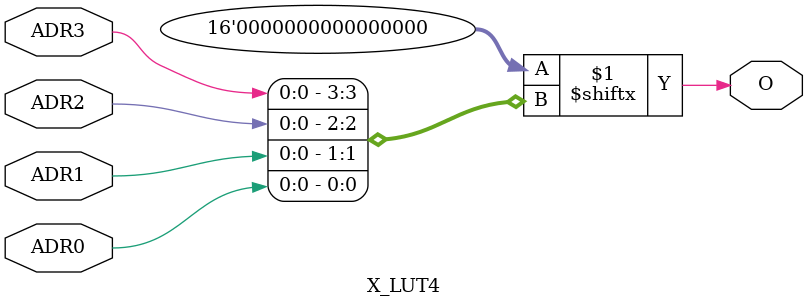
<source format=v>

`celldefine
`timescale 1 ps/1 ps

module X_LUT4 (O, ADR0, ADR1, ADR2, ADR3);

  parameter INIT = 16'h0000;

  output O;
  input ADR0, ADR1, ADR2, ADR3;

	assign O = INIT[{ADR3,ADR2,ADR1,ADR0}];

endmodule

</source>
